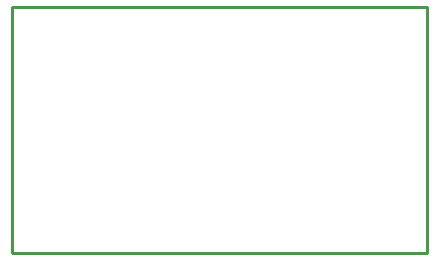
<source format=gko>
%FSLAX25Y25*%
%MOIN*%
G70*
G01*
G75*
G04 Layer_Color=16711935*
%ADD10R,0.05512X0.11811*%
%ADD11R,0.09449X0.03937*%
%ADD12R,0.04331X0.06693*%
%ADD13R,0.03937X0.05906*%
%ADD14O,0.08661X0.02362*%
%ADD15R,0.06693X0.04331*%
%ADD16C,0.01500*%
%ADD17C,0.03000*%
%ADD18C,0.01000*%
%ADD19C,0.05906*%
%ADD20R,0.05906X0.05906*%
%ADD21R,0.05906X0.05906*%
%ADD22C,0.03000*%
%ADD23C,0.05000*%
%ADD24C,0.00984*%
%ADD25C,0.00787*%
%ADD26C,0.00800*%
%ADD27C,0.00500*%
%ADD28C,0.00591*%
D18*
X2000Y1500D02*
Y5000D01*
Y1500D02*
X140500D01*
Y83500D01*
X2000D02*
X140500D01*
X2000Y5000D02*
Y83500D01*
M02*

</source>
